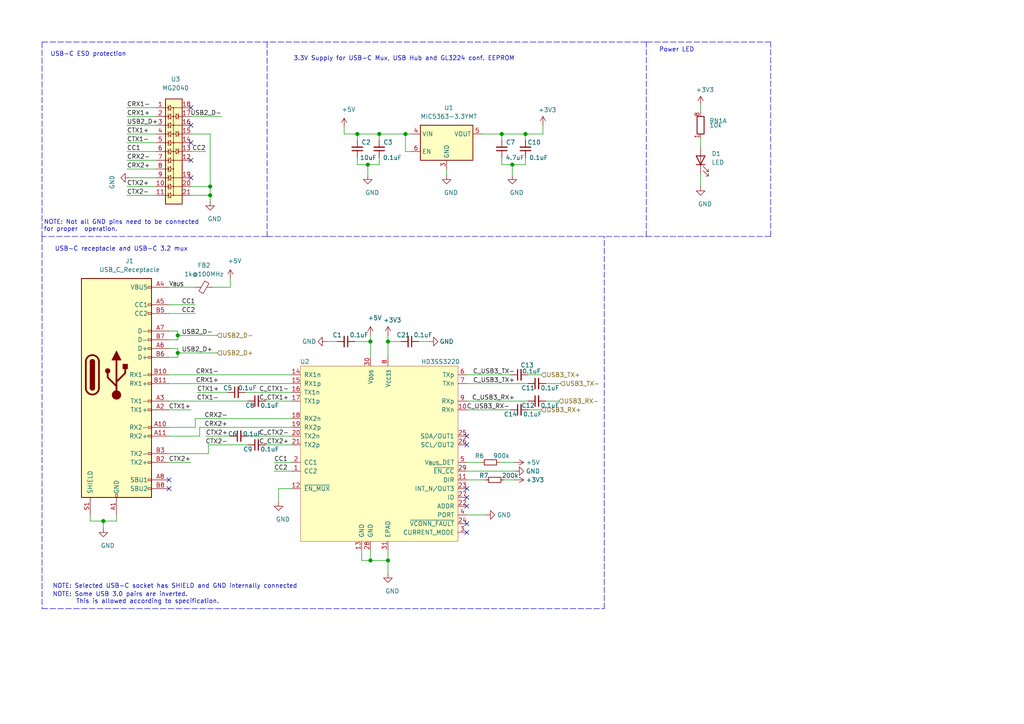
<source format=kicad_sch>
(kicad_sch (version 20210126) (generator eeschema)
  (paper "A4")
  (title_block (title "SDReWire") (rev "1.1") (company "SliwaIO"))
  (lib_symbols
    (symbol "Connector:USB_C_Receptacle" (pin_names (offset 1.016))
      (property "Reference" "J" (at -10.16 29.21 0))
      (property "Value" "USB_C_Receptacle" (at 10.16 29.21 0))
      (symbol "USB_C_Receptacle_0_0"
        (rectangle (start -0.254 -35.56) (end 0.254 -34.544))
        (rectangle (start 10.16 -32.766) (end 9.144 -33.274))
        (rectangle (start 10.16 -30.226) (end 9.144 -30.734))
        (rectangle (start 10.16 -25.146) (end 9.144 -25.654))
        (rectangle (start 10.16 -22.606) (end 9.144 -23.114))
        (rectangle (start 10.16 -17.526) (end 9.144 -18.034))
        (rectangle (start 10.16 -14.986) (end 9.144 -15.494))
        (rectangle (start 10.16 -9.906) (end 9.144 -10.414))
        (rectangle (start 10.16 -7.366) (end 9.144 -7.874))
        (rectangle (start 10.16 -2.286) (end 9.144 -2.794))
        (rectangle (start 10.16 0.254) (end 9.144 -0.254))
        (rectangle (start 10.16 5.334) (end 9.144 4.826))
        (rectangle (start 10.16 7.874) (end 9.144 7.366))
        (rectangle (start 10.16 10.414) (end 9.144 9.906))
        (rectangle (start 10.16 12.954) (end 9.144 12.446))
        (rectangle (start 10.16 18.034) (end 9.144 17.526))
        (rectangle (start 10.16 20.574) (end 9.144 20.066))
        (rectangle (start 10.16 25.654) (end 9.144 25.146))
      )
      (symbol "USB_C_Receptacle_0_1"
        (arc (start -8.89 -3.81) (end -5.08 -3.81) (radius (at -6.985 -3.81) (length 1.905) (angles -179.9 -0.1)) (stroke (width 0.508)))
        (arc (start -7.62 -3.81) (end -6.35 -3.81) (radius (at -6.985 -3.81) (length 0.635) (angles -179.9 -0.1)) (stroke (width 0.254)))
        (arc (start -7.62 -3.81) (end -6.35 -3.81) (radius (at -6.985 -3.81) (length 0.635) (angles -179.9 -0.1)) (stroke (width 0.254)) (fill (type outline)))
        (arc (start -6.35 3.81) (end -7.62 3.81) (radius (at -6.985 3.81) (length 0.635) (angles 0.1 179.9)) (stroke (width 0.254)) (fill (type outline)))
        (arc (start -6.35 3.81) (end -7.62 3.81) (radius (at -6.985 3.81) (length 0.635) (angles 0.1 179.9)) (stroke (width 0.254)))
        (arc (start -5.08 3.81) (end -8.89 3.81) (radius (at -6.985 3.81) (length 1.905) (angles 0.1 179.9)) (stroke (width 0.508)))
        (rectangle (start -10.16 27.94) (end 10.16 -35.56) (stroke (width 0.254)) (fill (type background)))
        (rectangle (start -7.62 -3.81) (end -6.35 3.81) (stroke (width 0.254)) (fill (type outline)))
        (polyline (pts (xy -8.89 -3.81) (xy -8.89 3.81)) (stroke (width 0.508)))
        (polyline (pts (xy -5.08 3.81) (xy -5.08 -3.81)) (stroke (width 0.508)))
      )
      (symbol "USB_C_Receptacle_1_1"
        (circle (center -2.54 1.143) (radius 0.635) (stroke (width 0.254)) (fill (type outline)))
        (circle (center 0 -5.842) (radius 1.27) (fill (type outline)))
        (rectangle (start 1.905 1.778) (end 3.175 3.048) (stroke (width 0.254)) (fill (type outline)))
        (polyline (pts (xy 0 -5.842) (xy 0 4.318)) (stroke (width 0.508)))
        (polyline (pts (xy 0 -3.302) (xy -2.54 -0.762) (xy -2.54 0.508)) (stroke (width 0.508)))
        (polyline (pts (xy 0 -2.032) (xy 2.54 0.508) (xy 2.54 1.778)) (stroke (width 0.508)))
        (polyline (pts (xy -1.27 4.318) (xy 0 6.858) (xy 1.27 4.318) (xy -1.27 4.318)) (stroke (width 0.254)) (fill (type outline)))
        (pin passive line (at 0 -40.64 90) (length 5.08) (name "GND") (number "A1"))
        (pin bidirectional line (at 15.24 -15.24 180) (length 5.08) (name "RX2-") (number "A10"))
        (pin bidirectional line (at 15.24 -17.78 180) (length 5.08) (name "RX2+") (number "A11"))
        (pin passive line (at 0 -40.64 90) (length 5.08) hide (name "GND") (number "A12"))
        (pin bidirectional line (at 15.24 -10.16 180) (length 5.08) (name "TX1+") (number "A2"))
        (pin bidirectional line (at 15.24 -7.62 180) (length 5.08) (name "TX1-") (number "A3"))
        (pin passive line (at 15.24 25.4 180) (length 5.08) (name "VBUS") (number "A4"))
        (pin bidirectional line (at 15.24 20.32 180) (length 5.08) (name "CC1") (number "A5"))
        (pin bidirectional line (at 15.24 7.62 180) (length 5.08) (name "D+") (number "A6"))
        (pin bidirectional line (at 15.24 12.7 180) (length 5.08) (name "D-") (number "A7"))
        (pin bidirectional line (at 15.24 -30.48 180) (length 5.08) (name "SBU1") (number "A8"))
        (pin passive line (at 15.24 25.4 180) (length 5.08) hide (name "VBUS") (number "A9"))
        (pin passive line (at 0 -40.64 90) (length 5.08) hide (name "GND") (number "B1"))
        (pin bidirectional line (at 15.24 0 180) (length 5.08) (name "RX1-") (number "B10"))
        (pin bidirectional line (at 15.24 -2.54 180) (length 5.08) (name "RX1+") (number "B11"))
        (pin passive line (at 0 -40.64 90) (length 5.08) hide (name "GND") (number "B12"))
        (pin bidirectional line (at 15.24 -25.4 180) (length 5.08) (name "TX2+") (number "B2"))
        (pin bidirectional line (at 15.24 -22.86 180) (length 5.08) (name "TX2-") (number "B3"))
        (pin passive line (at 15.24 25.4 180) (length 5.08) hide (name "VBUS") (number "B4"))
        (pin bidirectional line (at 15.24 17.78 180) (length 5.08) (name "CC2") (number "B5"))
        (pin bidirectional line (at 15.24 5.08 180) (length 5.08) (name "D+") (number "B6"))
        (pin bidirectional line (at 15.24 10.16 180) (length 5.08) (name "D-") (number "B7"))
        (pin bidirectional line (at 15.24 -33.02 180) (length 5.08) (name "SBU2") (number "B8"))
        (pin passive line (at 15.24 25.4 180) (length 5.08) hide (name "VBUS") (number "B9"))
        (pin passive line (at -7.62 -40.64 90) (length 5.08) (name "SHIELD") (number "S1"))
      )
    )
    (symbol "Device:C_Small" (pin_numbers hide) (pin_names (offset 0.254) hide)
      (property "Reference" "C" (at 0.254 1.778 0))
      (property "Value" "C_Small" (at 0.254 -2.032 0))
      (symbol "C_Small_0_1"
        (polyline (pts (xy -1.524 -0.508) (xy 1.524 -0.508)) (stroke (width 0.3302)))
        (polyline (pts (xy -1.524 0.508) (xy 1.524 0.508)) (stroke (width 0.3048)))
      )
      (symbol "C_Small_1_1"
        (pin passive line (at 0 2.54 270) (length 2.032) (name "~") (number "1"))
        (pin passive line (at 0 -2.54 90) (length 2.032) (name "~") (number "2"))
      )
    )
    (symbol "Device:FerriteBead_Small" (pin_numbers hide) (pin_names (offset 0))
      (property "Reference" "FB" (at 1.905 1.27 0))
      (property "Value" "FerriteBead_Small" (at 1.905 -1.27 0))
      (symbol "FerriteBead_Small_0_1"
        (polyline (pts (xy 0 -1.27) (xy 0 -0.7874)))
        (polyline (pts (xy 0 0.889) (xy 0 1.2954)))
        (polyline (pts (xy -1.8288 0.2794) (xy -1.1176 1.4986) (xy 1.8288 -0.2032) (xy 1.1176 -1.4224) (xy -1.8288 0.2794)))
      )
      (symbol "FerriteBead_Small_1_1"
        (pin passive line (at 0 2.54 270) (length 1.27) (name "~") (number "1"))
        (pin passive line (at 0 -2.54 90) (length 1.27) (name "~") (number "2"))
      )
    )
    (symbol "Device:LED" (pin_numbers hide) (pin_names (offset 1.016) hide)
      (property "Reference" "D" (at 0 2.54 0))
      (property "Value" "LED" (at 0 -2.54 0))
      (symbol "LED_0_1"
        (polyline (pts (xy -1.27 -1.27) (xy -1.27 1.27)) (stroke (width 0.254)))
        (polyline (pts (xy -1.27 0) (xy 1.27 0)))
        (polyline (pts (xy 1.27 -1.27) (xy 1.27 1.27) (xy -1.27 0) (xy 1.27 -1.27)) (stroke (width 0.254)))
        (polyline (pts (xy -3.048 -0.762) (xy -4.572 -2.286) (xy -3.81 -2.286) (xy -4.572 -2.286) (xy -4.572 -1.524)))
        (polyline (pts (xy -1.778 -0.762) (xy -3.302 -2.286) (xy -2.54 -2.286) (xy -3.302 -2.286) (xy -3.302 -1.524)))
      )
      (symbol "LED_1_1"
        (pin passive line (at -3.81 0 0) (length 2.54) (name "K") (number "1"))
        (pin passive line (at 3.81 0 180) (length 2.54) (name "A") (number "2"))
      )
    )
    (symbol "Device:R_Pack04_Split" (pin_names (offset 0) hide)
      (property "Reference" "RN" (at 2.032 0 90))
      (property "Value" "R_Pack04_Split" (at 0 0 90))
      (symbol "R_Pack04_Split_0_1"
        (rectangle (start 1.016 2.54) (end -1.016 -2.54) (stroke (width 0.254)))
      )
      (symbol "R_Pack04_Split_1_1"
        (pin passive line (at 0 -3.81 90) (length 1.27) (name "R1.1") (number "1"))
        (pin passive line (at 0 3.81 270) (length 1.27) (name "R1.2") (number "8"))
      )
      (symbol "R_Pack04_Split_2_1"
        (pin passive line (at 0 -3.81 90) (length 1.27) (name "R2.1") (number "2"))
        (pin passive line (at 0 3.81 270) (length 1.27) (name "R2.2") (number "7"))
      )
      (symbol "R_Pack04_Split_3_1"
        (pin passive line (at 0 -3.81 90) (length 1.27) (name "R3.1") (number "3"))
        (pin passive line (at 0 3.81 270) (length 1.27) (name "R3.2") (number "6"))
      )
      (symbol "R_Pack04_Split_4_1"
        (pin passive line (at 0 -3.81 90) (length 1.27) (name "R4.1") (number "4"))
        (pin passive line (at 0 3.81 270) (length 1.27) (name "R4.2") (number "5"))
      )
    )
    (symbol "Device:R_Small" (pin_numbers hide) (pin_names (offset 0.254) hide)
      (property "Reference" "R" (at 0.762 0.508 0))
      (property "Value" "R_Small" (at 0.762 -1.016 0))
      (symbol "R_Small_0_1"
        (rectangle (start -0.762 1.778) (end 0.762 -1.778) (stroke (width 0.2032)))
      )
      (symbol "R_Small_1_1"
        (pin passive line (at 0 2.54 270) (length 0.762) (name "~") (number "1"))
        (pin passive line (at 0 -2.54 90) (length 0.762) (name "~") (number "2"))
      )
    )
    (symbol "custom:HD3SS3220" (pin_names (offset 1.016))
      (property "Reference" "U" (at -22.86 27.94 0))
      (property "Value" "HD3SS3220" (at 12.7 27.94 0))
      (symbol "HD3SS3220_0_0"
        (pin bidirectional line (at -25.4 -5.08 0) (length 2.54) (name "CC2") (number "1"))
        (pin bidirectional line (at -25.4 -2.54 0) (length 2.54) (name "CC1") (number "2"))
        (pin input line (at 25.4 -22.86 180) (length 2.54) (name "CURRENT_MODE") (number "3"))
        (pin input line (at 25.4 -17.78 180) (length 2.54) (name "PORT") (number "4"))
        (pin output line (at 25.4 -2.54 180) (length 2.54) (name "V_{BUS}_DET") (number "5"))
        (pin output line (at 25.4 22.86 180) (length 2.54) (name "TXp") (number "6"))
        (pin input line (at 25.4 20.32 180) (length 2.54) (name "TXn") (number "7"))
        (pin power_in line (at 2.54 27.94 270) (length 2.54) (name "V_{CC33}") (number "8"))
        (pin input line (at 25.4 15.24 180) (length 2.54) (name "RXp") (number "9"))
        (pin input line (at 25.4 12.7 180) (length 2.54) (name "RXn") (number "10"))
        (pin output line (at 25.4 -7.62 180) (length 2.54) (name "DIR") (number "11"))
        (pin input line (at -25.4 -10.16 0) (length 2.54) (name "~EN_MUX") (number "12"))
        (pin power_in line (at -5.08 -27.94 90) (length 2.54) (name "GND") (number "13"))
        (pin input line (at -25.4 22.86 0) (length 2.54) (name "RX1n") (number "14"))
        (pin input line (at -25.4 20.32 0) (length 2.54) (name "RX1p") (number "15"))
        (pin output line (at -25.4 17.78 0) (length 2.54) (name "TX1n") (number "16"))
        (pin output line (at -25.4 15.24 0) (length 2.54) (name "TX1p") (number "17"))
        (pin input line (at -25.4 10.16 0) (length 2.54) (name "RX2n") (number "18"))
        (pin input line (at -25.4 7.62 0) (length 2.54) (name "RX2p") (number "19"))
        (pin output line (at -25.4 5.08 0) (length 2.54) (name "TX2n") (number "20"))
        (pin output line (at -25.4 2.54 0) (length 2.54) (name "TX2p") (number "21"))
        (pin input line (at 25.4 -15.24 180) (length 2.54) (name "ADDR") (number "22"))
        (pin output line (at 25.4 -10.16 180) (length 2.54) (name "INT_N/OUT3") (number "23"))
        (pin output line (at 25.4 -20.32 180) (length 2.54) (name "~VCONN_FAULT") (number "24"))
        (pin bidirectional line (at 25.4 5.08 180) (length 2.54) (name "SDA/OUT1") (number "25"))
        (pin bidirectional line (at 25.4 2.54 180) (length 2.54) (name "SCL/OUT2") (number "26"))
        (pin output line (at 25.4 -12.7 180) (length 2.54) (name "ID") (number "27"))
        (pin power_in line (at -2.54 -27.94 90) (length 2.54) (name "GND") (number "28"))
        (pin input line (at 25.4 -5.08 180) (length 2.54) (name "~EN_CC") (number "29"))
        (pin power_in line (at -2.54 27.94 270) (length 2.54) (name "V_{DD5}") (number "30"))
        (pin power_in line (at 2.54 -27.94 90) (length 2.54) (name "EPAD") (number "31"))
      )
      (symbol "HD3SS3220_0_1"
        (rectangle (start -22.86 25.4) (end 22.86 -25.4) (stroke (width 0.001)) (fill (type background)))
      )
    )
    (symbol "custom:MG2040"
      (property "Reference" "U" (at -6.985 -2.54 0))
      (property "Value" "MG2040" (at 26.67 1.27 90))
      (symbol "MG2040_0_1"
        (circle (center 5.08 0) (radius 0.127))
        (rectangle (start -5.08 2.54) (end 25.4 -2.286) (stroke (width 0.254)) (fill (type background)))
        (polyline (pts (xy -2.54 0) (xy 22.86 0)))
        (polyline (pts (xy 5.08 -1.524) (xy 5.08 -2.54)))
        (polyline (pts (xy 5.08 0.762) (xy 5.08 -0.762)))
        (polyline (pts (xy 4.318 -1.524) (xy 5.842 -1.524) (xy 5.842 -1.27)))
        (polyline (pts (xy 5.842 -0.762) (xy 4.318 -0.762) (xy 5.08 -1.524) (xy 5.842 -0.762)))
      )
      (symbol "MG2040_1_1"
        (circle (center -2.54 0) (radius 0.127))
        (circle (center 0 0) (radius 0.127))
        (circle (center 2.54 0) (radius 0.127))
        (circle (center 7.62 0) (radius 0.127))
        (circle (center 10.16 0) (radius 0.127))
        (circle (center 12.7 0) (radius 0.127))
        (circle (center 15.24 0) (radius 0.127))
        (circle (center 17.78 0) (radius 0.127))
        (circle (center 20.32 0) (radius 0.127))
        (circle (center 22.86 0) (radius 0.127))
        (polyline (pts (xy -2.54 -1.524) (xy -2.54 -2.54)))
        (polyline (pts (xy -2.54 2.54) (xy -2.54 -0.762)))
        (polyline (pts (xy 0 -1.524) (xy 0 -2.54)))
        (polyline (pts (xy 0 0.762) (xy 0 -0.762)))
        (polyline (pts (xy 0 1.524) (xy 0 2.54)))
        (polyline (pts (xy 2.54 -1.524) (xy 2.54 -2.54)))
        (polyline (pts (xy 2.54 2.54) (xy 2.54 -0.762)))
        (polyline (pts (xy 5.08 1.524) (xy 5.08 2.54)))
        (polyline (pts (xy 7.62 -1.524) (xy 7.62 -2.54)))
        (polyline (pts (xy 7.62 2.54) (xy 7.62 -0.762)))
        (polyline (pts (xy 10.16 -1.524) (xy 10.16 -2.54)))
        (polyline (pts (xy 10.16 0.762) (xy 10.16 -0.762)))
        (polyline (pts (xy 10.16 1.524) (xy 10.16 2.54)))
        (polyline (pts (xy 12.7 -1.524) (xy 12.7 -2.54)))
        (polyline (pts (xy 12.7 2.54) (xy 12.7 -0.762)))
        (polyline (pts (xy 15.24 -1.524) (xy 15.24 -2.54)))
        (polyline (pts (xy 15.24 0) (xy 15.24 -0.762)))
        (polyline (pts (xy 17.78 -1.524) (xy 17.78 -2.54)))
        (polyline (pts (xy 17.78 2.54) (xy 17.78 -0.762)))
        (polyline (pts (xy 20.32 -1.524) (xy 20.32 -2.54)))
        (polyline (pts (xy 20.32 2.54) (xy 20.32 -0.762)))
        (polyline (pts (xy 22.86 -1.524) (xy 22.86 -2.54)))
        (polyline (pts (xy 22.86 2.54) (xy 22.86 -0.762)))
        (polyline (pts (xy -3.302 -1.524) (xy -1.778 -1.524) (xy -1.778 -1.27)))
        (polyline (pts (xy -0.762 -1.524) (xy 0.762 -1.524) (xy 0.762 -1.27)))
        (polyline (pts (xy 0.762 1.524) (xy -0.762 1.524) (xy -0.762 1.27)))
        (polyline (pts (xy 1.778 -1.524) (xy 3.302 -1.524) (xy 3.302 -1.27)))
        (polyline (pts (xy 5.842 1.524) (xy 4.318 1.524) (xy 4.318 1.27)))
        (polyline (pts (xy 6.858 -1.524) (xy 8.382 -1.524) (xy 8.382 -1.27)))
        (polyline (pts (xy 9.398 -1.524) (xy 10.922 -1.524) (xy 10.922 -1.27)))
        (polyline (pts (xy 10.922 1.524) (xy 9.398 1.524) (xy 9.398 1.27)))
        (polyline (pts (xy 11.938 -1.524) (xy 13.462 -1.524) (xy 13.462 -1.27)))
        (polyline (pts (xy 14.478 -1.524) (xy 16.002 -1.524) (xy 16.002 -1.27)))
        (polyline (pts (xy 17.018 -1.524) (xy 18.542 -1.524) (xy 18.542 -1.27)))
        (polyline (pts (xy 19.558 -1.524) (xy 21.082 -1.524) (xy 21.082 -1.27)))
        (polyline (pts (xy 22.098 -1.524) (xy 23.622 -1.524) (xy 23.622 -1.27)))
        (polyline (pts (xy -1.778 -0.762) (xy -3.302 -0.762) (xy -2.54 -1.524) (xy -1.778 -0.762)))
        (polyline (pts (xy -0.762 0.762) (xy 0.762 0.762) (xy 0 1.524) (xy -0.762 0.762)))
        (polyline (pts (xy 0.762 -0.762) (xy -0.762 -0.762) (xy 0 -1.524) (xy 0.762 -0.762)))
        (polyline (pts (xy 3.302 -0.762) (xy 1.778 -0.762) (xy 2.54 -1.524) (xy 3.302 -0.762)))
        (polyline (pts (xy 4.318 0.762) (xy 5.842 0.762) (xy 5.08 1.524) (xy 4.318 0.762)))
        (polyline (pts (xy 8.382 -0.762) (xy 6.858 -0.762) (xy 7.62 -1.524) (xy 8.382 -0.762)))
        (polyline (pts (xy 9.398 0.762) (xy 10.922 0.762) (xy 10.16 1.524) (xy 9.398 0.762)))
        (polyline (pts (xy 10.922 -0.762) (xy 9.398 -0.762) (xy 10.16 -1.524) (xy 10.922 -0.762)))
        (polyline (pts (xy 13.462 -0.762) (xy 11.938 -0.762) (xy 12.7 -1.524) (xy 13.462 -0.762)))
        (polyline (pts (xy 16.002 -0.762) (xy 14.478 -0.762) (xy 15.24 -1.524) (xy 16.002 -0.762)))
        (polyline (pts (xy 18.542 -0.762) (xy 17.018 -0.762) (xy 17.78 -1.524) (xy 18.542 -0.762)))
        (polyline (pts (xy 21.082 -0.762) (xy 19.558 -0.762) (xy 20.32 -1.524) (xy 21.082 -0.762)))
        (polyline (pts (xy 23.622 -0.762) (xy 22.098 -0.762) (xy 22.86 -1.524) (xy 23.622 -0.762)))
        (pin passive line (at -2.54 -5.08 90) (length 2.54) (name "~") (number "1"))
        (pin passive line (at 20.32 -5.08 90) (length 2.54) (name "~") (number "10"))
        (pin passive line (at 22.86 -5.08 90) (length 2.54) (name "~") (number "11"))
        (pin passive line (at 12.7 5.08 270) (length 2.54) (name "~") (number "12"))
        (pin passive line (at 10.16 5.08 270) (length 2.54) (name "~") (number "13"))
        (pin passive line (at 7.62 5.08 270) (length 2.54) (name "~") (number "14"))
        (pin passive line (at 5.08 5.08 270) (length 2.54) (name "~") (number "15"))
        (pin passive line (at 2.54 5.08 270) (length 2.54) (name "~") (number "16"))
        (pin passive line (at 0 5.08 270) (length 2.54) (name "~") (number "17"))
        (pin passive line (at -2.54 5.08 270) (length 2.54) (name "~") (number "18"))
        (pin passive line (at 17.78 5.08 270) (length 2.54) (name "~") (number "19"))
        (pin passive line (at 0 -5.08 90) (length 2.54) (name "~") (number "2"))
        (pin passive line (at 20.32 5.08 270) (length 2.54) (name "~") (number "20"))
        (pin passive line (at 22.86 5.08 270) (length 2.54) (name "~") (number "21"))
        (pin passive line (at 2.54 -5.08 90) (length 2.54) (name "~") (number "3"))
        (pin passive line (at 5.08 -5.08 90) (length 2.54) (name "~") (number "4"))
        (pin passive line (at 7.62 -5.08 90) (length 2.54) (name "~") (number "5"))
        (pin passive line (at 10.16 -5.08 90) (length 2.54) (name "~") (number "6"))
        (pin passive line (at 12.7 -5.08 90) (length 2.54) (name "~") (number "7"))
        (pin passive line (at 15.24 -5.08 90) (length 2.54) (name "~") (number "8"))
        (pin passive line (at 17.78 -5.08 90) (length 2.54) (name "~") (number "9"))
      )
    )
    (symbol "custom:MIC5363-3.3YMT"
      (property "Reference" "U" (at -6.35 6.35 0))
      (property "Value" "MIC5363-3.3YMT" (at 0 6.35 0))
      (symbol "MIC5363-3.3YMT_0_1"
        (rectangle (start -7.62 -5.08) (end 7.62 5.08) (stroke (width 0.254)) (fill (type background)))
      )
      (symbol "MIC5363-3.3YMT_1_1"
        (pin power_in line (at -10.16 2.54 0) (length 2.54) (name "VIN") (number "4"))
        (pin power_in line (at 0 -7.62 90) (length 2.54) (name "GND") (number "3"))
        (pin input line (at -10.16 -2.54 0) (length 2.54) (name "EN") (number "6"))
        (pin no_connect line (at 7.62 -2.54 180) (length 2.54) hide (name "NC") (number "1"))
        (pin power_out line (at 10.16 2.54 180) (length 2.54) (name "VOUT") (number "5"))
        (pin no_connect line (at 7.62 0 180) (length 2.54) hide (name "NC") (number "2"))
        (pin passive line (at 0 -7.62 90) (length 2.54) hide (name "ePad") (number "7"))
      )
    )
    (symbol "power:+3V3" (power) (pin_names (offset 0))
      (property "Value" "+3V3" (at 0 3.556 0))
      (symbol "+3V3_0_1"
        (polyline (pts (xy -0.762 1.27) (xy 0 2.54)))
        (polyline (pts (xy 0 0) (xy 0 2.54)))
        (polyline (pts (xy 0 2.54) (xy 0.762 1.27)))
      )
      (symbol "+3V3_1_1"
        (pin power_in line (at 0 0 90) (length 0) hide (name "+3V3") (number "1"))
      )
    )
    (symbol "power:+5V" (power) (pin_names (offset 0))
      (property "Value" "+5V" (at 0 3.556 0))
      (symbol "+5V_0_1"
        (polyline (pts (xy -0.762 1.27) (xy 0 2.54)))
        (polyline (pts (xy 0 0) (xy 0 2.54)))
        (polyline (pts (xy 0 2.54) (xy 0.762 1.27)))
      )
      (symbol "+5V_1_1"
        (pin power_in line (at 0 0 90) (length 0) hide (name "+5V") (number "1"))
      )
    )
    (symbol "power:GND" (power) (pin_names (offset 0))
      (property "Value" "GND" (at 0 -3.81 0))
      (symbol "GND_0_1"
        (polyline (pts (xy 0 0) (xy 0 -1.27) (xy 1.27 -1.27) (xy 0 -2.54) (xy -1.27 -1.27) (xy 0 -1.27)))
      )
      (symbol "GND_1_1"
        (pin power_in line (at 0 0 270) (length 0) hide (name "GND") (number "1"))
      )
    )
  )
  (junction (at 29.972 151.13) (diameter 1.016))
  (junction (at 51.562 97.282) (diameter 1.016))
  (junction (at 51.562 102.362) (diameter 1.016))
  (junction (at 60.96 54.102) (diameter 1.016))
  (junction (at 60.96 56.642) (diameter 1.016))
  (junction (at 103.632 38.862) (diameter 1.016))
  (junction (at 106.68 47.752) (diameter 1.016))
  (junction (at 107.442 99.06) (diameter 1.016))
  (junction (at 107.442 162.56) (diameter 1.016))
  (junction (at 109.982 38.862) (diameter 1.016))
  (junction (at 112.522 99.06) (diameter 1.016))
  (junction (at 112.522 162.56) (diameter 1.016))
  (junction (at 117.602 38.862) (diameter 1.016))
  (junction (at 145.542 38.862) (diameter 1.016))
  (junction (at 148.59 47.752) (diameter 1.016))
  (junction (at 152.4 38.862) (diameter 1.016))
  (no_connect (at 49.022 139.192))
  (no_connect (at 49.022 141.732))
  (no_connect (at 55.372 31.242))
  (no_connect (at 55.372 36.322))
  (no_connect (at 55.372 41.402))
  (no_connect (at 55.372 46.482))
  (no_connect (at 55.372 51.562))
  (no_connect (at 135.382 126.492))
  (no_connect (at 135.382 129.032))
  (no_connect (at 135.382 141.732))
  (no_connect (at 135.382 144.272))
  (no_connect (at 135.382 146.812))
  (no_connect (at 135.382 151.892))
  (no_connect (at 135.382 154.432))
  (wire (pts (xy 26.162 151.13) (xy 26.162 149.352)))
  (wire (pts (xy 29.972 151.13) (xy 26.162 151.13)))
  (wire (pts (xy 29.972 151.13) (xy 29.972 153.162)))
  (wire (pts (xy 33.782 149.352) (xy 33.782 151.13)))
  (wire (pts (xy 33.782 151.13) (xy 29.972 151.13)))
  (wire (pts (xy 36.83 31.242) (xy 45.212 31.242)))
  (wire (pts (xy 36.83 33.782) (xy 45.212 33.782)))
  (wire (pts (xy 36.83 36.322) (xy 45.212 36.322)))
  (wire (pts (xy 36.83 38.862) (xy 45.212 38.862)))
  (wire (pts (xy 36.83 41.402) (xy 45.212 41.402)))
  (wire (pts (xy 36.83 43.942) (xy 45.212 43.942)))
  (wire (pts (xy 36.83 46.482) (xy 45.212 46.482)))
  (wire (pts (xy 36.83 49.022) (xy 45.212 49.022)))
  (wire (pts (xy 36.83 54.102) (xy 45.212 54.102)))
  (wire (pts (xy 36.83 56.642) (xy 45.212 56.642)))
  (wire (pts (xy 37.592 51.562) (xy 45.212 51.562)))
  (wire (pts (xy 49.022 83.312) (xy 56.642 83.312)))
  (wire (pts (xy 49.022 88.392) (xy 56.642 88.392)))
  (wire (pts (xy 49.022 90.932) (xy 56.642 90.932)))
  (wire (pts (xy 49.022 96.012) (xy 51.562 96.012)))
  (wire (pts (xy 49.022 98.552) (xy 51.562 98.552)))
  (wire (pts (xy 49.022 101.092) (xy 51.562 101.092)))
  (wire (pts (xy 49.022 108.712) (xy 84.582 108.712)))
  (wire (pts (xy 49.022 111.252) (xy 84.582 111.252)))
  (wire (pts (xy 49.022 116.332) (xy 71.882 116.332)))
  (wire (pts (xy 49.022 118.872) (xy 55.372 118.872)))
  (wire (pts (xy 49.022 123.952) (xy 56.642 123.952)))
  (wire (pts (xy 49.022 126.492) (xy 57.912 126.492)))
  (wire (pts (xy 49.022 134.112) (xy 55.372 134.112)))
  (wire (pts (xy 51.562 96.012) (xy 51.562 97.282)))
  (wire (pts (xy 51.562 97.282) (xy 51.562 98.552)))
  (wire (pts (xy 51.562 97.282) (xy 62.992 97.282)))
  (wire (pts (xy 51.562 101.092) (xy 51.562 102.362)))
  (wire (pts (xy 51.562 102.362) (xy 51.562 103.632)))
  (wire (pts (xy 51.562 102.362) (xy 62.992 102.362)))
  (wire (pts (xy 51.562 103.632) (xy 49.022 103.632)))
  (wire (pts (xy 55.372 33.782) (xy 64.262 33.782)))
  (wire (pts (xy 55.372 38.862) (xy 60.96 38.862)))
  (wire (pts (xy 55.372 43.942) (xy 59.69 43.942)))
  (wire (pts (xy 55.372 54.102) (xy 60.96 54.102)))
  (wire (pts (xy 55.372 56.642) (xy 60.96 56.642)))
  (wire (pts (xy 56.642 121.412) (xy 84.582 121.412)))
  (wire (pts (xy 56.642 123.952) (xy 56.642 121.412)))
  (wire (pts (xy 57.15 113.792) (xy 66.04 113.792)))
  (wire (pts (xy 57.912 123.952) (xy 84.582 123.952)))
  (wire (pts (xy 57.912 126.492) (xy 57.912 123.952)))
  (wire (pts (xy 59.69 126.492) (xy 66.802 126.492)))
  (wire (pts (xy 60.452 129.032) (xy 60.452 131.572)))
  (wire (pts (xy 60.452 129.032) (xy 71.882 129.032)))
  (wire (pts (xy 60.452 131.572) (xy 49.022 131.572)))
  (wire (pts (xy 60.96 38.862) (xy 60.96 54.102)))
  (wire (pts (xy 60.96 54.102) (xy 60.96 56.642)))
  (wire (pts (xy 60.96 56.642) (xy 60.96 58.42)))
  (wire (pts (xy 66.802 80.772) (xy 66.802 83.312)))
  (wire (pts (xy 66.802 83.312) (xy 61.722 83.312)))
  (wire (pts (xy 71.12 113.792) (xy 84.582 113.792)))
  (wire (pts (xy 71.882 126.492) (xy 84.582 126.492)))
  (wire (pts (xy 76.962 116.332) (xy 84.582 116.332)))
  (wire (pts (xy 76.962 129.032) (xy 84.582 129.032)))
  (wire (pts (xy 79.502 134.112) (xy 84.582 134.112)))
  (wire (pts (xy 79.502 136.652) (xy 84.582 136.652)))
  (wire (pts (xy 80.772 141.732) (xy 80.772 145.542)))
  (wire (pts (xy 84.582 141.732) (xy 80.772 141.732)))
  (wire (pts (xy 94.742 99.06) (xy 97.79 99.06)))
  (wire (pts (xy 99.822 38.862) (xy 99.822 36.83)))
  (wire (pts (xy 99.822 38.862) (xy 103.632 38.862)))
  (wire (pts (xy 102.87 99.06) (xy 107.442 99.06)))
  (wire (pts (xy 103.632 38.862) (xy 103.632 40.64)))
  (wire (pts (xy 103.632 38.862) (xy 109.982 38.862)))
  (wire (pts (xy 103.632 47.752) (xy 103.632 45.72)))
  (wire (pts (xy 103.632 47.752) (xy 106.68 47.752)))
  (wire (pts (xy 104.902 159.512) (xy 104.902 162.56)))
  (wire (pts (xy 104.902 162.56) (xy 107.442 162.56)))
  (wire (pts (xy 106.68 47.752) (xy 106.68 50.8)))
  (wire (pts (xy 107.442 97.282) (xy 107.442 99.06)))
  (wire (pts (xy 107.442 99.06) (xy 107.442 103.632)))
  (wire (pts (xy 107.442 159.512) (xy 107.442 162.56)))
  (wire (pts (xy 107.442 162.56) (xy 112.522 162.56)))
  (wire (pts (xy 109.982 38.862) (xy 109.982 40.64)))
  (wire (pts (xy 109.982 45.72) (xy 109.982 47.752)))
  (wire (pts (xy 109.982 47.752) (xy 106.68 47.752)))
  (wire (pts (xy 112.522 97.282) (xy 112.522 99.06)))
  (wire (pts (xy 112.522 99.06) (xy 112.522 103.632)))
  (wire (pts (xy 112.522 99.06) (xy 116.332 99.06)))
  (wire (pts (xy 112.522 159.512) (xy 112.522 162.56)))
  (wire (pts (xy 112.522 162.56) (xy 112.522 166.37)))
  (wire (pts (xy 117.602 38.862) (xy 109.982 38.862)))
  (wire (pts (xy 117.602 43.942) (xy 117.602 38.862)))
  (wire (pts (xy 119.38 38.862) (xy 117.602 38.862)))
  (wire (pts (xy 119.38 43.942) (xy 117.602 43.942)))
  (wire (pts (xy 121.412 99.06) (xy 124.46 99.06)))
  (wire (pts (xy 129.54 49.022) (xy 129.54 50.8)))
  (wire (pts (xy 135.382 108.712) (xy 148.082 108.712)))
  (wire (pts (xy 135.382 111.252) (xy 153.162 111.252)))
  (wire (pts (xy 135.382 116.332) (xy 153.162 116.332)))
  (wire (pts (xy 135.382 118.872) (xy 148.082 118.872)))
  (wire (pts (xy 135.382 134.112) (xy 139.7 134.112)))
  (wire (pts (xy 135.382 136.652) (xy 149.352 136.652)))
  (wire (pts (xy 135.382 139.192) (xy 140.97 139.192)))
  (wire (pts (xy 135.382 149.352) (xy 140.97 149.352)))
  (wire (pts (xy 139.7 38.862) (xy 145.542 38.862)))
  (wire (pts (xy 144.78 134.112) (xy 149.352 134.112)))
  (wire (pts (xy 145.542 38.862) (xy 145.542 40.64)))
  (wire (pts (xy 145.542 38.862) (xy 152.4 38.862)))
  (wire (pts (xy 145.542 47.752) (xy 145.542 45.72)))
  (wire (pts (xy 146.05 139.192) (xy 149.352 139.192)))
  (wire (pts (xy 148.59 47.752) (xy 145.542 47.752)))
  (wire (pts (xy 148.59 47.752) (xy 148.59 50.8)))
  (wire (pts (xy 152.4 38.862) (xy 152.4 40.64)))
  (wire (pts (xy 152.4 45.72) (xy 152.4 47.752)))
  (wire (pts (xy 152.4 47.752) (xy 148.59 47.752)))
  (wire (pts (xy 153.162 108.712) (xy 156.972 108.712)))
  (wire (pts (xy 153.162 118.872) (xy 156.972 118.872)))
  (wire (pts (xy 157.48 36.322) (xy 157.48 38.862)))
  (wire (pts (xy 157.48 38.862) (xy 152.4 38.862)))
  (wire (pts (xy 158.242 111.252) (xy 162.56 111.252)))
  (wire (pts (xy 158.242 116.332) (xy 162.052 116.332)))
  (wire (pts (xy 203.2 30.48) (xy 203.2 32.512)))
  (wire (pts (xy 203.2 40.132) (xy 203.2 42.672)))
  (wire (pts (xy 203.2 50.292) (xy 203.2 54.102)))
  (polyline (pts (xy 12.192 12.192) (xy 12.192 68.58)) (stroke (width 0) (type dash)))
  (polyline (pts (xy 12.192 12.192) (xy 77.47 12.192)) (stroke (width 0) (type dash)))
  (polyline (pts (xy 12.192 68.58) (xy 12.192 176.53)) (stroke (width 0) (type dash)))
  (polyline (pts (xy 12.192 176.53) (xy 175.26 176.53)) (stroke (width 0) (type dash)))
  (polyline (pts (xy 77.47 12.192) (xy 77.47 68.58)) (stroke (width 0) (type dash)))
  (polyline (pts (xy 77.47 68.58) (xy 12.192 68.58)) (stroke (width 0) (type dash)))
  (polyline (pts (xy 77.47 68.58) (xy 187.452 68.58)) (stroke (width 0) (type dash)))
  (polyline (pts (xy 175.26 176.53) (xy 175.26 68.58)) (stroke (width 0) (type dash)))
  (polyline (pts (xy 187.452 12.192) (xy 77.47 12.192)) (stroke (width 0) (type dash)))
  (polyline (pts (xy 187.452 68.58) (xy 187.452 12.192)) (stroke (width 0) (type dash)))
  (polyline (pts (xy 187.452 68.58) (xy 223.52 68.58)) (stroke (width 0) (type dash)))
  (polyline (pts (xy 223.52 12.192) (xy 187.452 12.192)) (stroke (width 0) (type dash)))
  (polyline (pts (xy 223.52 68.58) (xy 223.52 12.192)) (stroke (width 0) (type dash)))
  (text "NOTE: Not all GND pins need to be connected\nfor proper  operation." (at 12.7 67.31 0) (effects (font (size 1.27 1.27)) (justify left bottom)))
  (text "USB-C ESD protection" (at 14.605 16.51 0) (effects (font (size 1.27 1.27)) (justify left bottom)))
  (text "NOTE: Selected USB-C socket has SHIELD and GND internally connected" (at 15.24 170.815 0) (effects (font (size 1.27 1.27)) (justify left bottom)))
  (text "NOTE: Some USB 3.0 pairs are inverted. \n       This is allowed according to specification." (at 15.24 175.26 0) (effects (font (size 1.27 1.27)) (justify left bottom)))
  (text "USB-C receptacle and USB-C 3.2 mux" (at 15.875 73.025 0) (effects (font (size 1.27 1.27)) (justify left bottom)))
  (text "3.3V Supply for USB-C Mux, USB Hub and GL3224 conf. EEPROM" (at 85.09 17.78 0) (effects (font (size 1.27 1.27)) (justify left bottom)))
  (text "Power LED" (at 191.135 15.24 0) (effects (font (size 1.27 1.27)) (justify left bottom)))
  (label "CRX1-" (at 36.83 31.242 0))
  (label "CRX1+" (at 36.83 33.782 0))
  (label "USB2_D+" (at 36.83 36.322 0))
  (label "CTX1+" (at 36.83 38.862 0))
  (label "CTX1-" (at 36.83 41.402 0))
  (label "CC1" (at 36.83 43.942 0))
  (label "CRX2-" (at 36.83 46.482 0))
  (label "CRX2+" (at 36.83 49.022 0))
  (label "CTX2+" (at 36.83 54.102 0))
  (label "CTX2-" (at 36.83 56.642 0))
  (label "V_{BUS}" (at 53.34 83.312 180))
  (label "CTX1+" (at 55.372 118.872 180))
  (label "CTX2+" (at 55.372 134.112 180))
  (label "CC1" (at 56.642 88.392 180))
  (label "CC2" (at 56.642 90.932 180))
  (label "CTX1+" (at 57.15 113.792 0))
  (label "CC2" (at 59.69 43.942 180))
  (label "CTX2+" (at 59.69 126.492 0))
  (label "USB2_D-" (at 61.722 97.282 180))
  (label "USB2_D+" (at 61.722 102.362 180))
  (label "CRX1-" (at 63.5 108.712 180))
  (label "CRX1+" (at 63.5 111.252 180))
  (label "CTX1-" (at 63.5 116.332 180))
  (label "USB2_D-" (at 64.262 33.782 180))
  (label "CRX2-" (at 66.04 121.412 180))
  (label "CRX2+" (at 66.04 123.952 180))
  (label "CTX2-" (at 66.04 129.032 180))
  (label "CC1" (at 79.502 134.112 0))
  (label "CC2" (at 79.502 136.652 0))
  (label "C_CTX1-" (at 83.82 113.792 180))
  (label "C_CTX1+" (at 83.82 116.332 180))
  (label "C_CTX2-" (at 83.82 126.492 180))
  (label "C_CTX2+" (at 83.82 129.032 180))
  (label "C_USB3_TX-" (at 137.16 108.712 0))
  (label "C_USB3_RX-" (at 147.828 118.872 180))
  (label "C_USB3_TX+" (at 149.352 111.252 180))
  (label "C_USB3_RX+" (at 149.352 116.332 180))
  (hierarchical_label "USB2_D-" (shape input) (at 62.992 97.282 0))
  (hierarchical_label "USB2_D+" (shape input) (at 62.992 102.362 0))
  (hierarchical_label "USB3_TX+" (shape input) (at 156.972 108.712 0))
  (hierarchical_label "USB3_RX+" (shape input) (at 156.972 118.872 0))
  (hierarchical_label "USB3_RX-" (shape input) (at 162.052 116.332 0))
  (hierarchical_label "USB3_TX-" (shape input) (at 162.56 111.252 0))
  (symbol (lib_id "power:+5V") (at 66.802 80.772 0) (unit 1)
    (property "Reference" "#PWR0115" (effects hide))
    (property "Value" "+5V" (at 68.072 75.692 0))
  )
  (symbol (lib_id "power:+5V") (at 99.822 36.83 0) (unit 1)
    (property "Reference" "#PWR0119" (effects hide))
    (property "Value" "+5V" (at 101.092 31.75 0))
  )
  (symbol (lib_id "power:+5V") (at 107.442 97.282 0) (unit 1)
    (property "Reference" "#PWR0117" (effects hide))
    (property "Value" "+5V" (at 108.712 92.202 0))
  )
  (symbol (lib_id "power:+3V3") (at 112.522 97.282 0) (unit 1)
    (property "Reference" "#PWR0116" (effects hide))
    (property "Value" "+3V3" (at 113.792 92.837 0))
  )
  (symbol (lib_id "power:+5V") (at 149.352 134.112 270) (unit 1)
    (property "Reference" "#PWR0111" (effects hide))
    (property "Value" "+5V" (at 152.527 134.112 90) (effects (justify left)))
  )
  (symbol (lib_id "power:+3V3") (at 149.352 139.192 270) (unit 1)
    (property "Reference" "#PWR0113" (effects hide))
    (property "Value" "+3V3" (at 152.527 139.192 90) (effects (justify left)))
  )
  (symbol (lib_id "power:+3V3") (at 157.48 36.322 0) (unit 1)
    (property "Reference" "#PWR0103" (effects hide))
    (property "Value" "+3V3" (at 158.75 31.877 0))
  )
  (symbol (lib_id "power:+3V3") (at 203.2 30.48 0) (unit 1)
    (property "Reference" "#PWR027" (effects hide))
    (property "Value" "+3V3" (at 204.47 26.035 0))
  )
  (symbol (lib_id "power:GND") (at 29.972 153.162 0) (unit 1)
    (property "Reference" "#PWR0124" (effects hide))
    (property "Value" "GND" (at 31.242 158.242 0))
  )
  (symbol (lib_id "power:GND") (at 37.592 51.562 270) (unit 1)
    (property "Reference" "#PWR0182" (effects hide))
    (property "Value" "GND" (at 32.512 52.832 0))
  )
  (symbol (lib_id "power:GND") (at 60.96 58.42 0) (unit 1)
    (property "Reference" "#PWR0101" (effects hide))
    (property "Value" "GND" (at 62.23 63.5 0))
  )
  (symbol (lib_id "power:GND") (at 80.772 145.542 0) (unit 1)
    (property "Reference" "#PWR0122" (effects hide))
    (property "Value" "GND" (at 82.042 150.622 0))
  )
  (symbol (lib_id "power:GND") (at 94.742 99.06 270) (unit 1)
    (property "Reference" "#PWR024" (effects hide))
    (property "Value" "GND" (at 89.662 99.06 90))
  )
  (symbol (lib_id "power:GND") (at 106.68 50.8 0) (unit 1)
    (property "Reference" "#PWR0120" (effects hide))
    (property "Value" "GND" (at 107.95 55.88 0))
  )
  (symbol (lib_id "power:GND") (at 112.522 166.37 0) (unit 1)
    (property "Reference" "#PWR0123" (effects hide))
    (property "Value" "GND" (at 113.792 171.45 0))
  )
  (symbol (lib_id "power:GND") (at 124.46 99.06 90) (unit 1)
    (property "Reference" "#PWR025" (effects hide))
    (property "Value" "GND" (at 129.54 99.06 90))
  )
  (symbol (lib_id "power:GND") (at 129.54 50.8 0) (unit 1)
    (property "Reference" "#PWR0114" (effects hide))
    (property "Value" "GND" (at 130.81 55.88 0))
  )
  (symbol (lib_id "power:GND") (at 140.97 149.352 90) (unit 1)
    (property "Reference" "#PWR0109" (effects hide))
    (property "Value" "GND" (at 144.145 149.352 90) (effects (justify right)))
  )
  (symbol (lib_id "power:GND") (at 148.59 50.8 0) (unit 1)
    (property "Reference" "#PWR0104" (effects hide))
    (property "Value" "GND" (at 149.86 55.88 0))
  )
  (symbol (lib_id "power:GND") (at 149.352 136.652 90) (unit 1)
    (property "Reference" "#PWR0112" (effects hide))
    (property "Value" "GND" (at 152.527 136.652 90) (effects (justify right)))
  )
  (symbol (lib_id "power:GND") (at 203.2 54.102 0) (unit 1)
    (property "Reference" "#PWR0121" (effects hide))
    (property "Value" "GND" (at 204.47 59.182 0))
  )
  (symbol (lib_id "Device:R_Small") (at 142.24 134.112 270) (unit 1)
    (property "Reference" "R6" (at 139.065 132.207 90))
    (property "Value" "900k" (at 145.415 132.207 90))
    (property "Footprint" "Resistor_SMD:R_0402_1005Metric" (effects hide))
  )
  (symbol (lib_id "Device:R_Small") (at 143.51 139.192 270) (unit 1)
    (property "Reference" "R7" (at 140.335 137.922 90))
    (property "Value" "200k" (at 147.955 137.922 90))
    (property "Footprint" "Resistor_SMD:R_0402_1005Metric" (effects hide))
  )
  (symbol (lib_id "Device:C_Small") (at 68.58 113.792 90) (unit 1)
    (property "Reference" "C5" (at 66.04 112.522 90))
    (property "Value" "0.1uF" (at 71.755 112.522 90))
    (property "Footprint" "Capacitor_SMD:C_0402_1005Metric" (effects hide))
  )
  (symbol (lib_id "Device:C_Small") (at 69.342 126.492 90) (unit 1)
    (property "Reference" "C6" (at 67.437 125.857 90))
    (property "Value" "0.1uF" (at 73.152 125.857 90))
    (property "Footprint" "Capacitor_SMD:C_0402_1005Metric" (effects hide))
  )
  (symbol (lib_id "Device:C_Small") (at 74.422 116.332 90) (unit 1)
    (property "Reference" "C8" (at 72.517 117.602 90))
    (property "Value" "0.1uF" (at 78.232 117.602 90))
    (property "Footprint" "Capacitor_SMD:C_0402_1005Metric" (effects hide))
  )
  (symbol (lib_id "Device:C_Small") (at 74.422 129.032 90) (unit 1)
    (property "Reference" "C9" (at 71.882 130.302 90))
    (property "Value" "0.1uF" (at 78.232 130.302 90))
    (property "Footprint" "Capacitor_SMD:C_0402_1005Metric" (effects hide))
  )
  (symbol (lib_id "Device:C_Small") (at 100.33 99.06 270) (unit 1)
    (property "Reference" "C1" (at 97.79 97.155 90))
    (property "Value" "0.1uF" (at 104.14 97.155 90))
    (property "Footprint" "Capacitor_SMD:C_0402_1005Metric" (effects hide))
  )
  (symbol (lib_id "Device:C_Small") (at 103.632 43.18 180) (unit 1)
    (property "Reference" "C2" (at 106.172 41.275 0))
    (property "Value" "10uF" (at 106.807 45.72 0))
    (property "Footprint" "Capacitor_SMD:C_0402_1005Metric" (effects hide))
  )
  (symbol (lib_id "Device:C_Small") (at 109.982 43.18 180) (unit 1)
    (property "Reference" "C3" (at 112.522 41.275 0))
    (property "Value" "0.1uF" (at 113.792 45.72 0))
    (property "Footprint" "Capacitor_SMD:C_0402_1005Metric" (effects hide))
  )
  (symbol (lib_id "Device:C_Small") (at 118.872 99.06 270) (unit 1)
    (property "Reference" "C21" (at 116.967 97.155 90))
    (property "Value" "0.1uF" (at 122.682 97.155 90))
    (property "Footprint" "Capacitor_SMD:C_0402_1005Metric" (effects hide))
  )
  (symbol (lib_id "Device:C_Small") (at 145.542 43.18 180) (unit 1)
    (property "Reference" "C7" (at 148.082 41.275 0))
    (property "Value" "4.7uF" (at 149.352 45.72 0))
    (property "Footprint" "Capacitor_SMD:C_0402_1005Metric" (effects hide))
  )
  (symbol (lib_id "Device:C_Small") (at 150.622 108.712 90) (unit 1)
    (property "Reference" "C13" (at 152.908 105.918 90))
    (property "Value" "0.1uF" (at 154.178 107.696 90))
    (property "Footprint" "Capacitor_SMD:C_0402_1005Metric" (effects hide))
  )
  (symbol (lib_id "Device:C_Small") (at 150.622 118.872 90) (unit 1)
    (property "Reference" "C14" (at 148.082 120.142 90))
    (property "Value" "0.1uF" (at 154.432 120.142 90))
    (property "Footprint" "Capacitor_SMD:C_0402_1005Metric" (effects hide))
  )
  (symbol (lib_id "Device:C_Small") (at 152.4 43.18 180) (unit 1)
    (property "Reference" "C10" (at 154.94 41.275 0))
    (property "Value" "0.1uF" (at 156.21 45.72 0))
    (property "Footprint" "Capacitor_SMD:C_0402_1005Metric" (effects hide))
  )
  (symbol (lib_id "Device:C_Small") (at 155.702 111.252 90) (unit 1)
    (property "Reference" "C11" (at 153.162 112.522 90))
    (property "Value" "0.1uF" (at 159.512 112.522 90))
    (property "Footprint" "Capacitor_SMD:C_0402_1005Metric" (effects hide))
  )
  (symbol (lib_id "Device:C_Small") (at 155.702 116.332 90) (unit 1)
    (property "Reference" "C12" (at 153.162 117.602 90))
    (property "Value" "0.1uF" (at 159.512 117.602 90))
    (property "Footprint" "Capacitor_SMD:C_0402_1005Metric" (effects hide))
  )
  (symbol (lib_id "Device:FerriteBead_Small") (at 59.182 83.312 90) (unit 1)
    (property "Reference" "FB2" (at 59.182 76.962 90))
    (property "Value" "1k@100MHz" (at 59.182 79.502 90))
    (property "Footprint" "Resistor_SMD:R_0603_1608Metric" (effects hide))
  )
  (symbol (lib_id "Device:R_Pack04_Split") (at 203.2 36.322 0) (unit 1)
    (property "Reference" "RN1" (at 205.74 35.052 0) (effects (justify left)))
    (property "Value" "10k" (at 205.74 36.322 0) (effects (justify left)))
    (property "Footprint" "Resistor_SMD:R_Array_Convex_4x0402" (effects hide))
  )
  (symbol (lib_id "Device:LED") (at 203.2 46.482 90) (unit 1)
    (property "Reference" "D1" (at 206.375 44.577 90) (effects (justify right)))
    (property "Value" "LED" (at 206.375 47.117 90) (effects (justify right)))
    (property "Footprint" "LED_SMD:LED_0402_1005Metric" (effects hide))
  )
  (symbol (lib_id "custom:MIC5363-3.3YMT") (at 129.54 41.402 0) (unit 1)
    (property "Reference" "U1" (at 130.175 31.242 0))
    (property "Value" "MIC5363-3.3YMT" (at 130.175 33.782 0))
    (property "Footprint" "Package_DFN_QFN:DFN-6-1EP_1.2x1.2mm_P0.4mm_EP0.3x0.94mm_PullBack" (effects hide))
    (property "Datasheet" "http://ww1.microchip.com/downloads/en/DeviceDoc/mic5363.pdf" (effects hide))
  )
  (symbol (lib_id "custom:MG2040") (at 50.292 33.782 270) (unit 1)
    (property "Reference" "U3" (at 50.927 22.987 90))
    (property "Value" "MG2040" (at 50.927 25.527 90))
    (property "Footprint" "Custom:UDFN-18-3EP_5.5x1.5mm_P0.5mm_EP0.5x0.5mm" (effects hide))
    (property "Datasheet" "https://www.onsemi.com/pub/Collateral/MG2040-D.PDF" (effects hide))
  )
  (symbol (lib_id "Connector:USB_C_Receptacle") (at 33.782 108.712 0) (unit 1)
    (property "Reference" "J1" (at 37.592 75.692 0))
    (property "Value" "USB_C_Receptacle" (at 37.592 78.232 0))
    (property "Footprint" "Custom:USB_C_Receptacle_Molex_1054500101" (effects hide))
    (property "Datasheet" "https://www.usb.org/sites/default/files/documents/usb_type-c.zip" (effects hide))
  )
  (symbol (lib_id "custom:HD3SS3220") (at 109.982 131.572 0) (unit 1)
    (property "Reference" "U2" (at 88.392 104.902 0))
    (property "Value" "HD3SS3220" (at 127.762 104.902 0))
    (property "Footprint" "Custom:WQFP-30-1EP_4.6x2.6mm_P0.4mm_EP3.2x1.2mm" (effects hide))
  )
)
</source>
